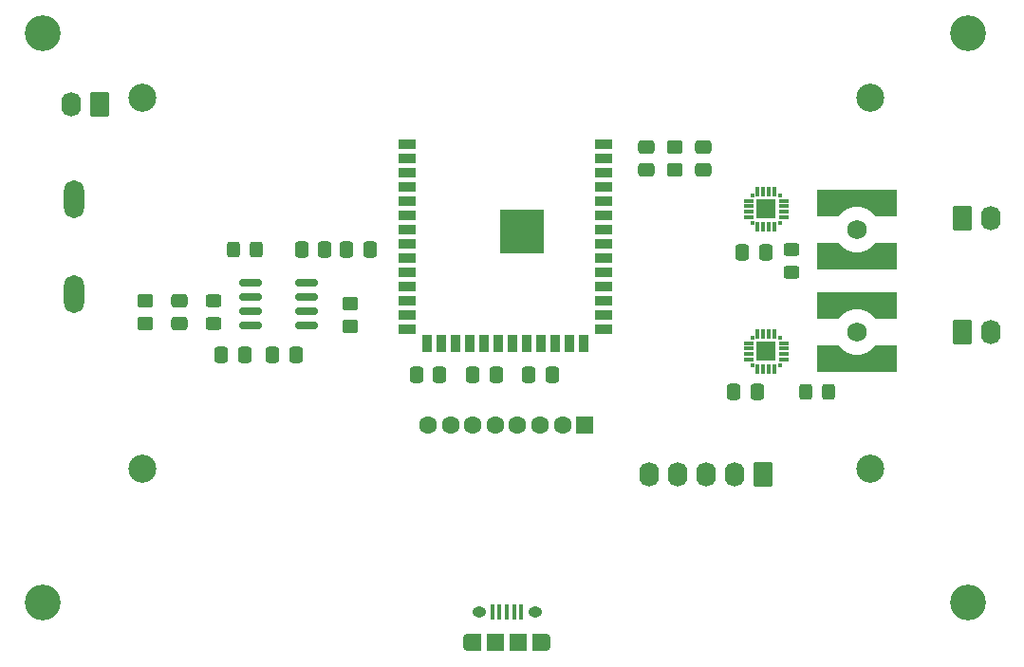
<source format=gbs>
G04 #@! TF.GenerationSoftware,KiCad,Pcbnew,(7.0.0)*
G04 #@! TF.CreationDate,2023-03-05T21:40:28-06:00*
G04 #@! TF.ProjectId,Phone_Audio_FM_Transmitter,50686f6e-655f-4417-9564-696f5f464d5f,1*
G04 #@! TF.SameCoordinates,Original*
G04 #@! TF.FileFunction,Soldermask,Bot*
G04 #@! TF.FilePolarity,Negative*
%FSLAX46Y46*%
G04 Gerber Fmt 4.6, Leading zero omitted, Abs format (unit mm)*
G04 Created by KiCad (PCBNEW (7.0.0)) date 2023-03-05 21:40:28*
%MOMM*%
%LPD*%
G01*
G04 APERTURE LIST*
G04 Aperture macros list*
%AMRoundRect*
0 Rectangle with rounded corners*
0 $1 Rounding radius*
0 $2 $3 $4 $5 $6 $7 $8 $9 X,Y pos of 4 corners*
0 Add a 4 corners polygon primitive as box body*
4,1,4,$2,$3,$4,$5,$6,$7,$8,$9,$2,$3,0*
0 Add four circle primitives for the rounded corners*
1,1,$1+$1,$2,$3*
1,1,$1+$1,$4,$5*
1,1,$1+$1,$6,$7*
1,1,$1+$1,$8,$9*
0 Add four rect primitives between the rounded corners*
20,1,$1+$1,$2,$3,$4,$5,0*
20,1,$1+$1,$4,$5,$6,$7,0*
20,1,$1+$1,$6,$7,$8,$9,0*
20,1,$1+$1,$8,$9,$2,$3,0*%
%AMFreePoly0*
4,1,25,3.555000,-1.595000,1.645000,-1.595000,1.500000,-1.420000,1.360000,-1.280000,1.205000,-1.155000,1.035000,-1.045000,0.860000,-0.950000,0.675000,-0.875000,0.480000,-0.820000,0.280000,-0.780000,0.085000,-0.765000,-0.085000,-0.765000,-0.280000,-0.780000,-0.480000,-0.820000,-0.675000,-0.875000,-0.860000,-0.950000,-1.035000,-1.045000,-1.205000,-1.155000,-1.360000,-1.280000,-1.500000,-1.420000,
-1.645000,-1.595000,-3.555000,-1.595000,-3.555000,0.755000,3.555000,0.755000,3.555000,-1.595000,3.555000,-1.595000,$1*%
G04 Aperture macros list end*
%ADD10C,3.200000*%
%ADD11RoundRect,0.250000X-0.620000X-0.845000X0.620000X-0.845000X0.620000X0.845000X-0.620000X0.845000X0*%
%ADD12O,1.740000X2.190000*%
%ADD13C,2.500000*%
%ADD14R,1.600000X1.600000*%
%ADD15C,1.600000*%
%ADD16O,1.800000X3.400000*%
%ADD17RoundRect,0.250000X-0.475000X0.337500X-0.475000X-0.337500X0.475000X-0.337500X0.475000X0.337500X0*%
%ADD18RoundRect,0.250000X-0.337500X-0.475000X0.337500X-0.475000X0.337500X0.475000X-0.337500X0.475000X0*%
%ADD19RoundRect,0.250000X0.337500X0.475000X-0.337500X0.475000X-0.337500X-0.475000X0.337500X-0.475000X0*%
%ADD20RoundRect,0.250000X-0.450000X0.350000X-0.450000X-0.350000X0.450000X-0.350000X0.450000X0.350000X0*%
%ADD21RoundRect,0.250000X0.325000X0.450000X-0.325000X0.450000X-0.325000X-0.450000X0.325000X-0.450000X0*%
%ADD22RoundRect,0.250000X-0.450000X0.325000X-0.450000X-0.325000X0.450000X-0.325000X0.450000X0.325000X0*%
%ADD23R,0.400000X1.350000*%
%ADD24O,0.890000X1.550000*%
%ADD25R,1.200000X1.550000*%
%ADD26O,1.250000X0.950000*%
%ADD27R,1.500000X1.550000*%
%ADD28C,1.730000*%
%ADD29FreePoly0,180.000000*%
%ADD30FreePoly0,0.000000*%
%ADD31RoundRect,0.250000X0.620000X0.845000X-0.620000X0.845000X-0.620000X-0.845000X0.620000X-0.845000X0*%
%ADD32R,0.300000X0.300000*%
%ADD33R,0.900000X0.300000*%
%ADD34R,0.300000X0.900000*%
%ADD35R,1.800000X1.800000*%
%ADD36R,1.500000X0.900000*%
%ADD37R,0.900000X1.500000*%
%ADD38C,0.600000*%
%ADD39R,3.900000X3.900000*%
%ADD40RoundRect,0.250000X0.450000X-0.325000X0.450000X0.325000X-0.450000X0.325000X-0.450000X-0.325000X0*%
%ADD41RoundRect,0.250000X0.450000X-0.350000X0.450000X0.350000X-0.450000X0.350000X-0.450000X-0.350000X0*%
%ADD42RoundRect,0.150000X0.825000X0.150000X-0.825000X0.150000X-0.825000X-0.150000X0.825000X-0.150000X0*%
G04 APERTURE END LIST*
D10*
X113538000Y-100330000D03*
X113538000Y-49530000D03*
X196088000Y-49530000D03*
D11*
X195580000Y-66040000D03*
D12*
X198119999Y-66039999D03*
D13*
X122440000Y-55280000D03*
X122440000Y-88380000D03*
X187440000Y-55280000D03*
X187440000Y-88380000D03*
D14*
X161939999Y-84479999D03*
D15*
X159940000Y-84480000D03*
X157940000Y-84480000D03*
X155940000Y-84480000D03*
X153940000Y-84480000D03*
X151940000Y-84480000D03*
X149940000Y-84480000D03*
X147940000Y-84480000D03*
D16*
X116389999Y-72829999D03*
X116389999Y-64329999D03*
D10*
X196088000Y-100330000D03*
D11*
X195580000Y-76200000D03*
D12*
X198119999Y-76199999D03*
D17*
X172466000Y-59668500D03*
X172466000Y-61743500D03*
D18*
X151925000Y-80000000D03*
X154000000Y-80000000D03*
D19*
X131593500Y-78232000D03*
X129518500Y-78232000D03*
D20*
X140970000Y-73660000D03*
X140970000Y-75660000D03*
D17*
X125730000Y-73363000D03*
X125730000Y-75438000D03*
D21*
X183651000Y-81534000D03*
X181601000Y-81534000D03*
X132597000Y-68834000D03*
X130547000Y-68834000D03*
D22*
X128778000Y-73397000D03*
X128778000Y-75447000D03*
D23*
X156279999Y-101185999D03*
X155629999Y-101185999D03*
X154979999Y-101185999D03*
X154329999Y-101185999D03*
X153679999Y-101185999D03*
D24*
X158479999Y-103885999D03*
D25*
X157879999Y-103885999D03*
D26*
X157479999Y-101185999D03*
D27*
X155979999Y-103885999D03*
X153979999Y-103885999D03*
D26*
X152479999Y-101185999D03*
D25*
X152079999Y-103885999D03*
D24*
X151479999Y-103885999D03*
D18*
X156925000Y-80000000D03*
X159000000Y-80000000D03*
D28*
X186182000Y-67030000D03*
D29*
X186182000Y-69830000D03*
D30*
X186182000Y-64230000D03*
D17*
X167386000Y-59668500D03*
X167386000Y-61743500D03*
D31*
X118618000Y-55900000D03*
D12*
X116077999Y-55899999D03*
D19*
X177313500Y-81534000D03*
X175238500Y-81534000D03*
D32*
X179361999Y-76669999D03*
D33*
X179661999Y-77169999D03*
X179661999Y-77669999D03*
X179661999Y-78169999D03*
X179661999Y-78669999D03*
D32*
X179361999Y-79169999D03*
D34*
X178861999Y-79469999D03*
X178361999Y-79469999D03*
X177861999Y-79469999D03*
X177361999Y-79469999D03*
D32*
X176861999Y-79169999D03*
D33*
X176561999Y-78669999D03*
X176561999Y-78169999D03*
X176561999Y-77669999D03*
X176561999Y-77169999D03*
D32*
X176861999Y-76669999D03*
D34*
X177361999Y-76369999D03*
X177861999Y-76369999D03*
X178361999Y-76369999D03*
X178861999Y-76369999D03*
D35*
X178111999Y-77919999D03*
D19*
X149000000Y-80000000D03*
X146925000Y-80000000D03*
D36*
X163589999Y-59459999D03*
X163589999Y-60729999D03*
X163589999Y-61999999D03*
X163589999Y-63269999D03*
X163589999Y-64539999D03*
X163589999Y-65809999D03*
X163589999Y-67079999D03*
X163589999Y-68349999D03*
X163589999Y-69619999D03*
X163589999Y-70889999D03*
X163589999Y-72159999D03*
X163589999Y-73429999D03*
X163589999Y-74699999D03*
X163589999Y-75969999D03*
D37*
X161824999Y-77219999D03*
X160554999Y-77219999D03*
X159284999Y-77219999D03*
X158014999Y-77219999D03*
X156744999Y-77219999D03*
X155474999Y-77219999D03*
X154204999Y-77219999D03*
X152934999Y-77219999D03*
X151664999Y-77219999D03*
X150394999Y-77219999D03*
X149124999Y-77219999D03*
X147854999Y-77219999D03*
D36*
X146089999Y-75969999D03*
X146089999Y-74699999D03*
X146089999Y-73429999D03*
X146089999Y-72159999D03*
X146089999Y-70889999D03*
X146089999Y-69619999D03*
X146089999Y-68349999D03*
X146089999Y-67079999D03*
X146089999Y-65809999D03*
X146089999Y-64539999D03*
X146089999Y-63269999D03*
X146089999Y-61999999D03*
X146089999Y-60729999D03*
X146089999Y-59459999D03*
D38*
X157740000Y-67880000D03*
X157740000Y-66480000D03*
X157040000Y-68580000D03*
X157040000Y-67180000D03*
X157040000Y-65780000D03*
X156340000Y-67880000D03*
D39*
X156339999Y-67179999D03*
D38*
X156340000Y-66480000D03*
X155640000Y-68580000D03*
X155640000Y-67180000D03*
X155640000Y-65780000D03*
X154940000Y-67880000D03*
X154940000Y-66480000D03*
D19*
X136144000Y-78232000D03*
X134069000Y-78232000D03*
D40*
X180340000Y-70875000D03*
X180340000Y-68825000D03*
D41*
X122682000Y-75400500D03*
X122682000Y-73400500D03*
D18*
X140673000Y-68834000D03*
X142748000Y-68834000D03*
D19*
X138727000Y-68834000D03*
X136652000Y-68834000D03*
D20*
X169926000Y-59706000D03*
X169926000Y-61706000D03*
D28*
X186182000Y-76200000D03*
D29*
X186182000Y-79000000D03*
D30*
X186182000Y-73400000D03*
D31*
X177800000Y-88900000D03*
D12*
X175259999Y-88899999D03*
X172719999Y-88899999D03*
X170179999Y-88899999D03*
X167639999Y-88899999D03*
D19*
X178075500Y-69088000D03*
X176000500Y-69088000D03*
D42*
X137095000Y-71755000D03*
X137095000Y-73025000D03*
X137095000Y-74295000D03*
X137095000Y-75565000D03*
X132145000Y-75565000D03*
X132145000Y-74295000D03*
X132145000Y-73025000D03*
X132145000Y-71755000D03*
D32*
X179361999Y-63969999D03*
D33*
X179661999Y-64469999D03*
X179661999Y-64969999D03*
X179661999Y-65469999D03*
X179661999Y-65969999D03*
D32*
X179361999Y-66469999D03*
D34*
X178861999Y-66769999D03*
X178361999Y-66769999D03*
X177861999Y-66769999D03*
X177361999Y-66769999D03*
D32*
X176861999Y-66469999D03*
D33*
X176561999Y-65969999D03*
X176561999Y-65469999D03*
X176561999Y-64969999D03*
X176561999Y-64469999D03*
D32*
X176861999Y-63969999D03*
D34*
X177361999Y-63669999D03*
X177861999Y-63669999D03*
X178361999Y-63669999D03*
X178861999Y-63669999D03*
D35*
X178111999Y-65219999D03*
M02*

</source>
